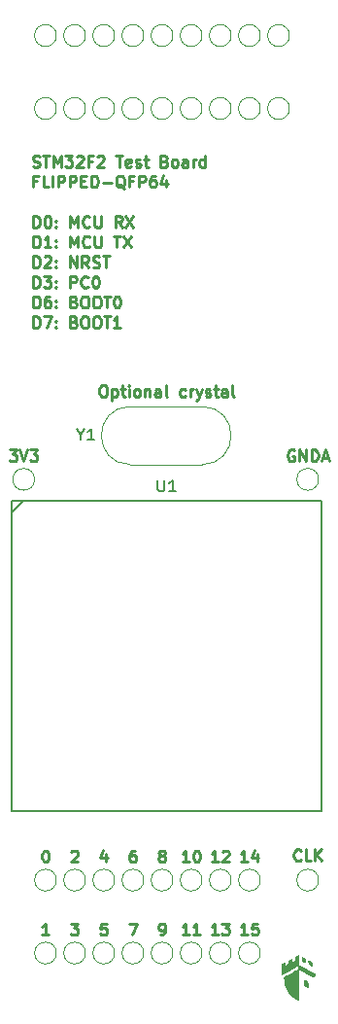
<source format=gbr>
G04 #@! TF.GenerationSoftware,KiCad,Pcbnew,5.0.2-bee76a0~70~ubuntu18.04.1*
G04 #@! TF.CreationDate,2019-05-09T10:06:34+02:00*
G04 #@! TF.ProjectId,stm32f205,73746d33-3266-4323-9035-2e6b69636164,rev?*
G04 #@! TF.SameCoordinates,Original*
G04 #@! TF.FileFunction,Legend,Top*
G04 #@! TF.FilePolarity,Positive*
%FSLAX46Y46*%
G04 Gerber Fmt 4.6, Leading zero omitted, Abs format (unit mm)*
G04 Created by KiCad (PCBNEW 5.0.2-bee76a0~70~ubuntu18.04.1) date jeu. 09 mai 2019 10:06:34 CEST*
%MOMM*%
%LPD*%
G01*
G04 APERTURE LIST*
%ADD10C,0.250000*%
%ADD11C,0.010000*%
%ADD12C,0.120000*%
%ADD13C,0.150000*%
G04 APERTURE END LIST*
D10*
X106555778Y-94463407D02*
X106746255Y-94463407D01*
X106841493Y-94511027D01*
X106936731Y-94606265D01*
X106984350Y-94796741D01*
X106984350Y-95130074D01*
X106936731Y-95320550D01*
X106841493Y-95415788D01*
X106746255Y-95463407D01*
X106555778Y-95463407D01*
X106460540Y-95415788D01*
X106365302Y-95320550D01*
X106317683Y-95130074D01*
X106317683Y-94796741D01*
X106365302Y-94606265D01*
X106460540Y-94511027D01*
X106555778Y-94463407D01*
X107412921Y-94796741D02*
X107412921Y-95796741D01*
X107412921Y-94844360D02*
X107508159Y-94796741D01*
X107698636Y-94796741D01*
X107793874Y-94844360D01*
X107841493Y-94891979D01*
X107889112Y-94987217D01*
X107889112Y-95272931D01*
X107841493Y-95368169D01*
X107793874Y-95415788D01*
X107698636Y-95463407D01*
X107508159Y-95463407D01*
X107412921Y-95415788D01*
X108174826Y-94796741D02*
X108555778Y-94796741D01*
X108317683Y-94463407D02*
X108317683Y-95320550D01*
X108365302Y-95415788D01*
X108460540Y-95463407D01*
X108555778Y-95463407D01*
X108889112Y-95463407D02*
X108889112Y-94796741D01*
X108889112Y-94463407D02*
X108841493Y-94511027D01*
X108889112Y-94558646D01*
X108936731Y-94511027D01*
X108889112Y-94463407D01*
X108889112Y-94558646D01*
X109508159Y-95463407D02*
X109412921Y-95415788D01*
X109365302Y-95368169D01*
X109317683Y-95272931D01*
X109317683Y-94987217D01*
X109365302Y-94891979D01*
X109412921Y-94844360D01*
X109508159Y-94796741D01*
X109651017Y-94796741D01*
X109746255Y-94844360D01*
X109793874Y-94891979D01*
X109841493Y-94987217D01*
X109841493Y-95272931D01*
X109793874Y-95368169D01*
X109746255Y-95415788D01*
X109651017Y-95463407D01*
X109508159Y-95463407D01*
X110270064Y-94796741D02*
X110270064Y-95463407D01*
X110270064Y-94891979D02*
X110317683Y-94844360D01*
X110412921Y-94796741D01*
X110555778Y-94796741D01*
X110651017Y-94844360D01*
X110698636Y-94939598D01*
X110698636Y-95463407D01*
X111603397Y-95463407D02*
X111603397Y-94939598D01*
X111555778Y-94844360D01*
X111460540Y-94796741D01*
X111270064Y-94796741D01*
X111174826Y-94844360D01*
X111603397Y-95415788D02*
X111508159Y-95463407D01*
X111270064Y-95463407D01*
X111174826Y-95415788D01*
X111127207Y-95320550D01*
X111127207Y-95225312D01*
X111174826Y-95130074D01*
X111270064Y-95082455D01*
X111508159Y-95082455D01*
X111603397Y-95034836D01*
X112222445Y-95463407D02*
X112127207Y-95415788D01*
X112079588Y-95320550D01*
X112079588Y-94463407D01*
X113793874Y-95415788D02*
X113698636Y-95463407D01*
X113508159Y-95463407D01*
X113412921Y-95415788D01*
X113365302Y-95368169D01*
X113317683Y-95272931D01*
X113317683Y-94987217D01*
X113365302Y-94891979D01*
X113412921Y-94844360D01*
X113508159Y-94796741D01*
X113698636Y-94796741D01*
X113793874Y-94844360D01*
X114222445Y-95463407D02*
X114222445Y-94796741D01*
X114222445Y-94987217D02*
X114270064Y-94891979D01*
X114317683Y-94844360D01*
X114412921Y-94796741D01*
X114508159Y-94796741D01*
X114746255Y-94796741D02*
X114984350Y-95463407D01*
X115222445Y-94796741D02*
X114984350Y-95463407D01*
X114889112Y-95701503D01*
X114841493Y-95749122D01*
X114746255Y-95796741D01*
X115555778Y-95415788D02*
X115651017Y-95463407D01*
X115841493Y-95463407D01*
X115936731Y-95415788D01*
X115984350Y-95320550D01*
X115984350Y-95272931D01*
X115936731Y-95177693D01*
X115841493Y-95130074D01*
X115698636Y-95130074D01*
X115603397Y-95082455D01*
X115555778Y-94987217D01*
X115555778Y-94939598D01*
X115603397Y-94844360D01*
X115698636Y-94796741D01*
X115841493Y-94796741D01*
X115936731Y-94844360D01*
X116270064Y-94796741D02*
X116651017Y-94796741D01*
X116412921Y-94463407D02*
X116412921Y-95320550D01*
X116460540Y-95415788D01*
X116555778Y-95463407D01*
X116651017Y-95463407D01*
X117412921Y-95463407D02*
X117412921Y-94939598D01*
X117365302Y-94844360D01*
X117270064Y-94796741D01*
X117079588Y-94796741D01*
X116984350Y-94844360D01*
X117412921Y-95415788D02*
X117317683Y-95463407D01*
X117079588Y-95463407D01*
X116984350Y-95415788D01*
X116936731Y-95320550D01*
X116936731Y-95225312D01*
X116984350Y-95130074D01*
X117079588Y-95082455D01*
X117317683Y-95082455D01*
X117412921Y-95034836D01*
X118031969Y-95463407D02*
X117936731Y-95415788D01*
X117889112Y-95320550D01*
X117889112Y-94463407D01*
X100503993Y-75415788D02*
X100646850Y-75463407D01*
X100884945Y-75463407D01*
X100980183Y-75415788D01*
X101027802Y-75368169D01*
X101075421Y-75272931D01*
X101075421Y-75177693D01*
X101027802Y-75082455D01*
X100980183Y-75034836D01*
X100884945Y-74987217D01*
X100694469Y-74939598D01*
X100599231Y-74891979D01*
X100551612Y-74844360D01*
X100503993Y-74749122D01*
X100503993Y-74653884D01*
X100551612Y-74558646D01*
X100599231Y-74511027D01*
X100694469Y-74463407D01*
X100932564Y-74463407D01*
X101075421Y-74511027D01*
X101361136Y-74463407D02*
X101932564Y-74463407D01*
X101646850Y-75463407D02*
X101646850Y-74463407D01*
X102265897Y-75463407D02*
X102265897Y-74463407D01*
X102599231Y-75177693D01*
X102932564Y-74463407D01*
X102932564Y-75463407D01*
X103313517Y-74463407D02*
X103932564Y-74463407D01*
X103599231Y-74844360D01*
X103742088Y-74844360D01*
X103837326Y-74891979D01*
X103884945Y-74939598D01*
X103932564Y-75034836D01*
X103932564Y-75272931D01*
X103884945Y-75368169D01*
X103837326Y-75415788D01*
X103742088Y-75463407D01*
X103456374Y-75463407D01*
X103361136Y-75415788D01*
X103313517Y-75368169D01*
X104313517Y-74558646D02*
X104361136Y-74511027D01*
X104456374Y-74463407D01*
X104694469Y-74463407D01*
X104789707Y-74511027D01*
X104837326Y-74558646D01*
X104884945Y-74653884D01*
X104884945Y-74749122D01*
X104837326Y-74891979D01*
X104265897Y-75463407D01*
X104884945Y-75463407D01*
X105646850Y-74939598D02*
X105313517Y-74939598D01*
X105313517Y-75463407D02*
X105313517Y-74463407D01*
X105789707Y-74463407D01*
X106123040Y-74558646D02*
X106170659Y-74511027D01*
X106265897Y-74463407D01*
X106503993Y-74463407D01*
X106599231Y-74511027D01*
X106646850Y-74558646D01*
X106694469Y-74653884D01*
X106694469Y-74749122D01*
X106646850Y-74891979D01*
X106075421Y-75463407D01*
X106694469Y-75463407D01*
X107742088Y-74463407D02*
X108313517Y-74463407D01*
X108027802Y-75463407D02*
X108027802Y-74463407D01*
X109027802Y-75415788D02*
X108932564Y-75463407D01*
X108742088Y-75463407D01*
X108646850Y-75415788D01*
X108599231Y-75320550D01*
X108599231Y-74939598D01*
X108646850Y-74844360D01*
X108742088Y-74796741D01*
X108932564Y-74796741D01*
X109027802Y-74844360D01*
X109075421Y-74939598D01*
X109075421Y-75034836D01*
X108599231Y-75130074D01*
X109456374Y-75415788D02*
X109551612Y-75463407D01*
X109742088Y-75463407D01*
X109837326Y-75415788D01*
X109884945Y-75320550D01*
X109884945Y-75272931D01*
X109837326Y-75177693D01*
X109742088Y-75130074D01*
X109599231Y-75130074D01*
X109503993Y-75082455D01*
X109456374Y-74987217D01*
X109456374Y-74939598D01*
X109503993Y-74844360D01*
X109599231Y-74796741D01*
X109742088Y-74796741D01*
X109837326Y-74844360D01*
X110170659Y-74796741D02*
X110551612Y-74796741D01*
X110313517Y-74463407D02*
X110313517Y-75320550D01*
X110361136Y-75415788D01*
X110456374Y-75463407D01*
X110551612Y-75463407D01*
X111980183Y-74939598D02*
X112123040Y-74987217D01*
X112170659Y-75034836D01*
X112218278Y-75130074D01*
X112218278Y-75272931D01*
X112170659Y-75368169D01*
X112123040Y-75415788D01*
X112027802Y-75463407D01*
X111646850Y-75463407D01*
X111646850Y-74463407D01*
X111980183Y-74463407D01*
X112075421Y-74511027D01*
X112123040Y-74558646D01*
X112170659Y-74653884D01*
X112170659Y-74749122D01*
X112123040Y-74844360D01*
X112075421Y-74891979D01*
X111980183Y-74939598D01*
X111646850Y-74939598D01*
X112789707Y-75463407D02*
X112694469Y-75415788D01*
X112646850Y-75368169D01*
X112599231Y-75272931D01*
X112599231Y-74987217D01*
X112646850Y-74891979D01*
X112694469Y-74844360D01*
X112789707Y-74796741D01*
X112932564Y-74796741D01*
X113027802Y-74844360D01*
X113075421Y-74891979D01*
X113123040Y-74987217D01*
X113123040Y-75272931D01*
X113075421Y-75368169D01*
X113027802Y-75415788D01*
X112932564Y-75463407D01*
X112789707Y-75463407D01*
X113980183Y-75463407D02*
X113980183Y-74939598D01*
X113932564Y-74844360D01*
X113837326Y-74796741D01*
X113646850Y-74796741D01*
X113551612Y-74844360D01*
X113980183Y-75415788D02*
X113884945Y-75463407D01*
X113646850Y-75463407D01*
X113551612Y-75415788D01*
X113503993Y-75320550D01*
X113503993Y-75225312D01*
X113551612Y-75130074D01*
X113646850Y-75082455D01*
X113884945Y-75082455D01*
X113980183Y-75034836D01*
X114456374Y-75463407D02*
X114456374Y-74796741D01*
X114456374Y-74987217D02*
X114503993Y-74891979D01*
X114551612Y-74844360D01*
X114646850Y-74796741D01*
X114742088Y-74796741D01*
X115503993Y-75463407D02*
X115503993Y-74463407D01*
X115503993Y-75415788D02*
X115408755Y-75463407D01*
X115218278Y-75463407D01*
X115123040Y-75415788D01*
X115075421Y-75368169D01*
X115027802Y-75272931D01*
X115027802Y-74987217D01*
X115075421Y-74891979D01*
X115123040Y-74844360D01*
X115218278Y-74796741D01*
X115408755Y-74796741D01*
X115503993Y-74844360D01*
X100884945Y-76689598D02*
X100551612Y-76689598D01*
X100551612Y-77213407D02*
X100551612Y-76213407D01*
X101027802Y-76213407D01*
X101884945Y-77213407D02*
X101408755Y-77213407D01*
X101408755Y-76213407D01*
X102218278Y-77213407D02*
X102218278Y-76213407D01*
X102694469Y-77213407D02*
X102694469Y-76213407D01*
X103075421Y-76213407D01*
X103170659Y-76261027D01*
X103218278Y-76308646D01*
X103265897Y-76403884D01*
X103265897Y-76546741D01*
X103218278Y-76641979D01*
X103170659Y-76689598D01*
X103075421Y-76737217D01*
X102694469Y-76737217D01*
X103694469Y-77213407D02*
X103694469Y-76213407D01*
X104075421Y-76213407D01*
X104170659Y-76261027D01*
X104218278Y-76308646D01*
X104265897Y-76403884D01*
X104265897Y-76546741D01*
X104218278Y-76641979D01*
X104170659Y-76689598D01*
X104075421Y-76737217D01*
X103694469Y-76737217D01*
X104694469Y-76689598D02*
X105027802Y-76689598D01*
X105170659Y-77213407D02*
X104694469Y-77213407D01*
X104694469Y-76213407D01*
X105170659Y-76213407D01*
X105599231Y-77213407D02*
X105599231Y-76213407D01*
X105837326Y-76213407D01*
X105980183Y-76261027D01*
X106075421Y-76356265D01*
X106123040Y-76451503D01*
X106170659Y-76641979D01*
X106170659Y-76784836D01*
X106123040Y-76975312D01*
X106075421Y-77070550D01*
X105980183Y-77165788D01*
X105837326Y-77213407D01*
X105599231Y-77213407D01*
X106599231Y-76832455D02*
X107361136Y-76832455D01*
X108503993Y-77308646D02*
X108408755Y-77261027D01*
X108313517Y-77165788D01*
X108170659Y-77022931D01*
X108075421Y-76975312D01*
X107980183Y-76975312D01*
X108027802Y-77213407D02*
X107932564Y-77165788D01*
X107837326Y-77070550D01*
X107789707Y-76880074D01*
X107789707Y-76546741D01*
X107837326Y-76356265D01*
X107932564Y-76261027D01*
X108027802Y-76213407D01*
X108218278Y-76213407D01*
X108313517Y-76261027D01*
X108408755Y-76356265D01*
X108456374Y-76546741D01*
X108456374Y-76880074D01*
X108408755Y-77070550D01*
X108313517Y-77165788D01*
X108218278Y-77213407D01*
X108027802Y-77213407D01*
X109218278Y-76689598D02*
X108884945Y-76689598D01*
X108884945Y-77213407D02*
X108884945Y-76213407D01*
X109361136Y-76213407D01*
X109742088Y-77213407D02*
X109742088Y-76213407D01*
X110123040Y-76213407D01*
X110218278Y-76261027D01*
X110265897Y-76308646D01*
X110313517Y-76403884D01*
X110313517Y-76546741D01*
X110265897Y-76641979D01*
X110218278Y-76689598D01*
X110123040Y-76737217D01*
X109742088Y-76737217D01*
X111170659Y-76213407D02*
X110980183Y-76213407D01*
X110884945Y-76261027D01*
X110837326Y-76308646D01*
X110742088Y-76451503D01*
X110694469Y-76641979D01*
X110694469Y-77022931D01*
X110742088Y-77118169D01*
X110789707Y-77165788D01*
X110884945Y-77213407D01*
X111075421Y-77213407D01*
X111170659Y-77165788D01*
X111218278Y-77118169D01*
X111265897Y-77022931D01*
X111265897Y-76784836D01*
X111218278Y-76689598D01*
X111170659Y-76641979D01*
X111075421Y-76594360D01*
X110884945Y-76594360D01*
X110789707Y-76641979D01*
X110742088Y-76689598D01*
X110694469Y-76784836D01*
X112123040Y-76546741D02*
X112123040Y-77213407D01*
X111884945Y-76165788D02*
X111646850Y-76880074D01*
X112265897Y-76880074D01*
X100551612Y-80713407D02*
X100551612Y-79713407D01*
X100789707Y-79713407D01*
X100932564Y-79761027D01*
X101027802Y-79856265D01*
X101075421Y-79951503D01*
X101123040Y-80141979D01*
X101123040Y-80284836D01*
X101075421Y-80475312D01*
X101027802Y-80570550D01*
X100932564Y-80665788D01*
X100789707Y-80713407D01*
X100551612Y-80713407D01*
X101742088Y-79713407D02*
X101837326Y-79713407D01*
X101932564Y-79761027D01*
X101980183Y-79808646D01*
X102027802Y-79903884D01*
X102075421Y-80094360D01*
X102075421Y-80332455D01*
X102027802Y-80522931D01*
X101980183Y-80618169D01*
X101932564Y-80665788D01*
X101837326Y-80713407D01*
X101742088Y-80713407D01*
X101646850Y-80665788D01*
X101599231Y-80618169D01*
X101551612Y-80522931D01*
X101503993Y-80332455D01*
X101503993Y-80094360D01*
X101551612Y-79903884D01*
X101599231Y-79808646D01*
X101646850Y-79761027D01*
X101742088Y-79713407D01*
X102503993Y-80618169D02*
X102551612Y-80665788D01*
X102503993Y-80713407D01*
X102456374Y-80665788D01*
X102503993Y-80618169D01*
X102503993Y-80713407D01*
X102503993Y-80094360D02*
X102551612Y-80141979D01*
X102503993Y-80189598D01*
X102456374Y-80141979D01*
X102503993Y-80094360D01*
X102503993Y-80189598D01*
X103742088Y-80713407D02*
X103742088Y-79713407D01*
X104075421Y-80427693D01*
X104408755Y-79713407D01*
X104408755Y-80713407D01*
X105456374Y-80618169D02*
X105408755Y-80665788D01*
X105265897Y-80713407D01*
X105170659Y-80713407D01*
X105027802Y-80665788D01*
X104932564Y-80570550D01*
X104884945Y-80475312D01*
X104837326Y-80284836D01*
X104837326Y-80141979D01*
X104884945Y-79951503D01*
X104932564Y-79856265D01*
X105027802Y-79761027D01*
X105170659Y-79713407D01*
X105265897Y-79713407D01*
X105408755Y-79761027D01*
X105456374Y-79808646D01*
X105884945Y-79713407D02*
X105884945Y-80522931D01*
X105932564Y-80618169D01*
X105980183Y-80665788D01*
X106075421Y-80713407D01*
X106265897Y-80713407D01*
X106361136Y-80665788D01*
X106408755Y-80618169D01*
X106456374Y-80522931D01*
X106456374Y-79713407D01*
X108265897Y-80713407D02*
X107932564Y-80237217D01*
X107694469Y-80713407D02*
X107694469Y-79713407D01*
X108075421Y-79713407D01*
X108170659Y-79761027D01*
X108218278Y-79808646D01*
X108265897Y-79903884D01*
X108265897Y-80046741D01*
X108218278Y-80141979D01*
X108170659Y-80189598D01*
X108075421Y-80237217D01*
X107694469Y-80237217D01*
X108599231Y-79713407D02*
X109265897Y-80713407D01*
X109265897Y-79713407D02*
X108599231Y-80713407D01*
X100551612Y-82463407D02*
X100551612Y-81463407D01*
X100789707Y-81463407D01*
X100932564Y-81511027D01*
X101027802Y-81606265D01*
X101075421Y-81701503D01*
X101123040Y-81891979D01*
X101123040Y-82034836D01*
X101075421Y-82225312D01*
X101027802Y-82320550D01*
X100932564Y-82415788D01*
X100789707Y-82463407D01*
X100551612Y-82463407D01*
X102075421Y-82463407D02*
X101503993Y-82463407D01*
X101789707Y-82463407D02*
X101789707Y-81463407D01*
X101694469Y-81606265D01*
X101599231Y-81701503D01*
X101503993Y-81749122D01*
X102503993Y-82368169D02*
X102551612Y-82415788D01*
X102503993Y-82463407D01*
X102456374Y-82415788D01*
X102503993Y-82368169D01*
X102503993Y-82463407D01*
X102503993Y-81844360D02*
X102551612Y-81891979D01*
X102503993Y-81939598D01*
X102456374Y-81891979D01*
X102503993Y-81844360D01*
X102503993Y-81939598D01*
X103742088Y-82463407D02*
X103742088Y-81463407D01*
X104075421Y-82177693D01*
X104408755Y-81463407D01*
X104408755Y-82463407D01*
X105456374Y-82368169D02*
X105408755Y-82415788D01*
X105265897Y-82463407D01*
X105170659Y-82463407D01*
X105027802Y-82415788D01*
X104932564Y-82320550D01*
X104884945Y-82225312D01*
X104837326Y-82034836D01*
X104837326Y-81891979D01*
X104884945Y-81701503D01*
X104932564Y-81606265D01*
X105027802Y-81511027D01*
X105170659Y-81463407D01*
X105265897Y-81463407D01*
X105408755Y-81511027D01*
X105456374Y-81558646D01*
X105884945Y-81463407D02*
X105884945Y-82272931D01*
X105932564Y-82368169D01*
X105980183Y-82415788D01*
X106075421Y-82463407D01*
X106265897Y-82463407D01*
X106361136Y-82415788D01*
X106408755Y-82368169D01*
X106456374Y-82272931D01*
X106456374Y-81463407D01*
X107551612Y-81463407D02*
X108123040Y-81463407D01*
X107837326Y-82463407D02*
X107837326Y-81463407D01*
X108361136Y-81463407D02*
X109027802Y-82463407D01*
X109027802Y-81463407D02*
X108361136Y-82463407D01*
X100551612Y-84213407D02*
X100551612Y-83213407D01*
X100789707Y-83213407D01*
X100932564Y-83261027D01*
X101027802Y-83356265D01*
X101075421Y-83451503D01*
X101123040Y-83641979D01*
X101123040Y-83784836D01*
X101075421Y-83975312D01*
X101027802Y-84070550D01*
X100932564Y-84165788D01*
X100789707Y-84213407D01*
X100551612Y-84213407D01*
X101503993Y-83308646D02*
X101551612Y-83261027D01*
X101646850Y-83213407D01*
X101884945Y-83213407D01*
X101980183Y-83261027D01*
X102027802Y-83308646D01*
X102075421Y-83403884D01*
X102075421Y-83499122D01*
X102027802Y-83641979D01*
X101456374Y-84213407D01*
X102075421Y-84213407D01*
X102503993Y-84118169D02*
X102551612Y-84165788D01*
X102503993Y-84213407D01*
X102456374Y-84165788D01*
X102503993Y-84118169D01*
X102503993Y-84213407D01*
X102503993Y-83594360D02*
X102551612Y-83641979D01*
X102503993Y-83689598D01*
X102456374Y-83641979D01*
X102503993Y-83594360D01*
X102503993Y-83689598D01*
X103742088Y-84213407D02*
X103742088Y-83213407D01*
X104313517Y-84213407D01*
X104313517Y-83213407D01*
X105361136Y-84213407D02*
X105027802Y-83737217D01*
X104789707Y-84213407D02*
X104789707Y-83213407D01*
X105170659Y-83213407D01*
X105265897Y-83261027D01*
X105313517Y-83308646D01*
X105361136Y-83403884D01*
X105361136Y-83546741D01*
X105313517Y-83641979D01*
X105265897Y-83689598D01*
X105170659Y-83737217D01*
X104789707Y-83737217D01*
X105742088Y-84165788D02*
X105884945Y-84213407D01*
X106123040Y-84213407D01*
X106218278Y-84165788D01*
X106265897Y-84118169D01*
X106313517Y-84022931D01*
X106313517Y-83927693D01*
X106265897Y-83832455D01*
X106218278Y-83784836D01*
X106123040Y-83737217D01*
X105932564Y-83689598D01*
X105837326Y-83641979D01*
X105789707Y-83594360D01*
X105742088Y-83499122D01*
X105742088Y-83403884D01*
X105789707Y-83308646D01*
X105837326Y-83261027D01*
X105932564Y-83213407D01*
X106170659Y-83213407D01*
X106313517Y-83261027D01*
X106599231Y-83213407D02*
X107170659Y-83213407D01*
X106884945Y-84213407D02*
X106884945Y-83213407D01*
X100551612Y-85963407D02*
X100551612Y-84963407D01*
X100789707Y-84963407D01*
X100932564Y-85011027D01*
X101027802Y-85106265D01*
X101075421Y-85201503D01*
X101123040Y-85391979D01*
X101123040Y-85534836D01*
X101075421Y-85725312D01*
X101027802Y-85820550D01*
X100932564Y-85915788D01*
X100789707Y-85963407D01*
X100551612Y-85963407D01*
X101456374Y-84963407D02*
X102075421Y-84963407D01*
X101742088Y-85344360D01*
X101884945Y-85344360D01*
X101980183Y-85391979D01*
X102027802Y-85439598D01*
X102075421Y-85534836D01*
X102075421Y-85772931D01*
X102027802Y-85868169D01*
X101980183Y-85915788D01*
X101884945Y-85963407D01*
X101599231Y-85963407D01*
X101503993Y-85915788D01*
X101456374Y-85868169D01*
X102503993Y-85868169D02*
X102551612Y-85915788D01*
X102503993Y-85963407D01*
X102456374Y-85915788D01*
X102503993Y-85868169D01*
X102503993Y-85963407D01*
X102503993Y-85344360D02*
X102551612Y-85391979D01*
X102503993Y-85439598D01*
X102456374Y-85391979D01*
X102503993Y-85344360D01*
X102503993Y-85439598D01*
X103742088Y-85963407D02*
X103742088Y-84963407D01*
X104123040Y-84963407D01*
X104218278Y-85011027D01*
X104265897Y-85058646D01*
X104313517Y-85153884D01*
X104313517Y-85296741D01*
X104265897Y-85391979D01*
X104218278Y-85439598D01*
X104123040Y-85487217D01*
X103742088Y-85487217D01*
X105313517Y-85868169D02*
X105265897Y-85915788D01*
X105123040Y-85963407D01*
X105027802Y-85963407D01*
X104884945Y-85915788D01*
X104789707Y-85820550D01*
X104742088Y-85725312D01*
X104694469Y-85534836D01*
X104694469Y-85391979D01*
X104742088Y-85201503D01*
X104789707Y-85106265D01*
X104884945Y-85011027D01*
X105027802Y-84963407D01*
X105123040Y-84963407D01*
X105265897Y-85011027D01*
X105313517Y-85058646D01*
X105932564Y-84963407D02*
X106027802Y-84963407D01*
X106123040Y-85011027D01*
X106170659Y-85058646D01*
X106218278Y-85153884D01*
X106265897Y-85344360D01*
X106265897Y-85582455D01*
X106218278Y-85772931D01*
X106170659Y-85868169D01*
X106123040Y-85915788D01*
X106027802Y-85963407D01*
X105932564Y-85963407D01*
X105837326Y-85915788D01*
X105789707Y-85868169D01*
X105742088Y-85772931D01*
X105694469Y-85582455D01*
X105694469Y-85344360D01*
X105742088Y-85153884D01*
X105789707Y-85058646D01*
X105837326Y-85011027D01*
X105932564Y-84963407D01*
X100551612Y-87713407D02*
X100551612Y-86713407D01*
X100789707Y-86713407D01*
X100932564Y-86761027D01*
X101027802Y-86856265D01*
X101075421Y-86951503D01*
X101123040Y-87141979D01*
X101123040Y-87284836D01*
X101075421Y-87475312D01*
X101027802Y-87570550D01*
X100932564Y-87665788D01*
X100789707Y-87713407D01*
X100551612Y-87713407D01*
X101980183Y-86713407D02*
X101789707Y-86713407D01*
X101694469Y-86761027D01*
X101646850Y-86808646D01*
X101551612Y-86951503D01*
X101503993Y-87141979D01*
X101503993Y-87522931D01*
X101551612Y-87618169D01*
X101599231Y-87665788D01*
X101694469Y-87713407D01*
X101884945Y-87713407D01*
X101980183Y-87665788D01*
X102027802Y-87618169D01*
X102075421Y-87522931D01*
X102075421Y-87284836D01*
X102027802Y-87189598D01*
X101980183Y-87141979D01*
X101884945Y-87094360D01*
X101694469Y-87094360D01*
X101599231Y-87141979D01*
X101551612Y-87189598D01*
X101503993Y-87284836D01*
X102503993Y-87618169D02*
X102551612Y-87665788D01*
X102503993Y-87713407D01*
X102456374Y-87665788D01*
X102503993Y-87618169D01*
X102503993Y-87713407D01*
X102503993Y-87094360D02*
X102551612Y-87141979D01*
X102503993Y-87189598D01*
X102456374Y-87141979D01*
X102503993Y-87094360D01*
X102503993Y-87189598D01*
X104075421Y-87189598D02*
X104218278Y-87237217D01*
X104265897Y-87284836D01*
X104313517Y-87380074D01*
X104313517Y-87522931D01*
X104265897Y-87618169D01*
X104218278Y-87665788D01*
X104123040Y-87713407D01*
X103742088Y-87713407D01*
X103742088Y-86713407D01*
X104075421Y-86713407D01*
X104170659Y-86761027D01*
X104218278Y-86808646D01*
X104265897Y-86903884D01*
X104265897Y-86999122D01*
X104218278Y-87094360D01*
X104170659Y-87141979D01*
X104075421Y-87189598D01*
X103742088Y-87189598D01*
X104932564Y-86713407D02*
X105123040Y-86713407D01*
X105218278Y-86761027D01*
X105313517Y-86856265D01*
X105361136Y-87046741D01*
X105361136Y-87380074D01*
X105313517Y-87570550D01*
X105218278Y-87665788D01*
X105123040Y-87713407D01*
X104932564Y-87713407D01*
X104837326Y-87665788D01*
X104742088Y-87570550D01*
X104694469Y-87380074D01*
X104694469Y-87046741D01*
X104742088Y-86856265D01*
X104837326Y-86761027D01*
X104932564Y-86713407D01*
X105980183Y-86713407D02*
X106170659Y-86713407D01*
X106265897Y-86761027D01*
X106361136Y-86856265D01*
X106408755Y-87046741D01*
X106408755Y-87380074D01*
X106361136Y-87570550D01*
X106265897Y-87665788D01*
X106170659Y-87713407D01*
X105980183Y-87713407D01*
X105884945Y-87665788D01*
X105789707Y-87570550D01*
X105742088Y-87380074D01*
X105742088Y-87046741D01*
X105789707Y-86856265D01*
X105884945Y-86761027D01*
X105980183Y-86713407D01*
X106694469Y-86713407D02*
X107265897Y-86713407D01*
X106980183Y-87713407D02*
X106980183Y-86713407D01*
X107789707Y-86713407D02*
X107884945Y-86713407D01*
X107980183Y-86761027D01*
X108027802Y-86808646D01*
X108075421Y-86903884D01*
X108123040Y-87094360D01*
X108123040Y-87332455D01*
X108075421Y-87522931D01*
X108027802Y-87618169D01*
X107980183Y-87665788D01*
X107884945Y-87713407D01*
X107789707Y-87713407D01*
X107694469Y-87665788D01*
X107646850Y-87618169D01*
X107599231Y-87522931D01*
X107551612Y-87332455D01*
X107551612Y-87094360D01*
X107599231Y-86903884D01*
X107646850Y-86808646D01*
X107694469Y-86761027D01*
X107789707Y-86713407D01*
X100551612Y-89463407D02*
X100551612Y-88463407D01*
X100789707Y-88463407D01*
X100932564Y-88511027D01*
X101027802Y-88606265D01*
X101075421Y-88701503D01*
X101123040Y-88891979D01*
X101123040Y-89034836D01*
X101075421Y-89225312D01*
X101027802Y-89320550D01*
X100932564Y-89415788D01*
X100789707Y-89463407D01*
X100551612Y-89463407D01*
X101456374Y-88463407D02*
X102123040Y-88463407D01*
X101694469Y-89463407D01*
X102503993Y-89368169D02*
X102551612Y-89415788D01*
X102503993Y-89463407D01*
X102456374Y-89415788D01*
X102503993Y-89368169D01*
X102503993Y-89463407D01*
X102503993Y-88844360D02*
X102551612Y-88891979D01*
X102503993Y-88939598D01*
X102456374Y-88891979D01*
X102503993Y-88844360D01*
X102503993Y-88939598D01*
X104075421Y-88939598D02*
X104218278Y-88987217D01*
X104265897Y-89034836D01*
X104313517Y-89130074D01*
X104313517Y-89272931D01*
X104265897Y-89368169D01*
X104218278Y-89415788D01*
X104123040Y-89463407D01*
X103742088Y-89463407D01*
X103742088Y-88463407D01*
X104075421Y-88463407D01*
X104170659Y-88511027D01*
X104218278Y-88558646D01*
X104265897Y-88653884D01*
X104265897Y-88749122D01*
X104218278Y-88844360D01*
X104170659Y-88891979D01*
X104075421Y-88939598D01*
X103742088Y-88939598D01*
X104932564Y-88463407D02*
X105123040Y-88463407D01*
X105218278Y-88511027D01*
X105313517Y-88606265D01*
X105361136Y-88796741D01*
X105361136Y-89130074D01*
X105313517Y-89320550D01*
X105218278Y-89415788D01*
X105123040Y-89463407D01*
X104932564Y-89463407D01*
X104837326Y-89415788D01*
X104742088Y-89320550D01*
X104694469Y-89130074D01*
X104694469Y-88796741D01*
X104742088Y-88606265D01*
X104837326Y-88511027D01*
X104932564Y-88463407D01*
X105980183Y-88463407D02*
X106170659Y-88463407D01*
X106265897Y-88511027D01*
X106361136Y-88606265D01*
X106408755Y-88796741D01*
X106408755Y-89130074D01*
X106361136Y-89320550D01*
X106265897Y-89415788D01*
X106170659Y-89463407D01*
X105980183Y-89463407D01*
X105884945Y-89415788D01*
X105789707Y-89320550D01*
X105742088Y-89130074D01*
X105742088Y-88796741D01*
X105789707Y-88606265D01*
X105884945Y-88511027D01*
X105980183Y-88463407D01*
X106694469Y-88463407D02*
X107265897Y-88463407D01*
X106980183Y-89463407D02*
X106980183Y-88463407D01*
X108123040Y-89463407D02*
X107551612Y-89463407D01*
X107837326Y-89463407D02*
X107837326Y-88463407D01*
X107742088Y-88606265D01*
X107646850Y-88701503D01*
X107551612Y-88749122D01*
X123280540Y-100119027D02*
X123185302Y-100071407D01*
X123042445Y-100071407D01*
X122899588Y-100119027D01*
X122804350Y-100214265D01*
X122756731Y-100309503D01*
X122709112Y-100499979D01*
X122709112Y-100642836D01*
X122756731Y-100833312D01*
X122804350Y-100928550D01*
X122899588Y-101023788D01*
X123042445Y-101071407D01*
X123137683Y-101071407D01*
X123280540Y-101023788D01*
X123328159Y-100976169D01*
X123328159Y-100642836D01*
X123137683Y-100642836D01*
X123756731Y-101071407D02*
X123756731Y-100071407D01*
X124328159Y-101071407D01*
X124328159Y-100071407D01*
X124804350Y-101071407D02*
X124804350Y-100071407D01*
X125042445Y-100071407D01*
X125185302Y-100119027D01*
X125280540Y-100214265D01*
X125328159Y-100309503D01*
X125375778Y-100499979D01*
X125375778Y-100642836D01*
X125328159Y-100833312D01*
X125280540Y-100928550D01*
X125185302Y-101023788D01*
X125042445Y-101071407D01*
X124804350Y-101071407D01*
X125756731Y-100785693D02*
X126232921Y-100785693D01*
X125661493Y-101071407D02*
X125994826Y-100071407D01*
X126328159Y-101071407D01*
X98467921Y-100071407D02*
X99086969Y-100071407D01*
X98753636Y-100452360D01*
X98896493Y-100452360D01*
X98991731Y-100499979D01*
X99039350Y-100547598D01*
X99086969Y-100642836D01*
X99086969Y-100880931D01*
X99039350Y-100976169D01*
X98991731Y-101023788D01*
X98896493Y-101071407D01*
X98610778Y-101071407D01*
X98515540Y-101023788D01*
X98467921Y-100976169D01*
X99372683Y-100071407D02*
X99706017Y-101071407D01*
X100039350Y-100071407D01*
X100277445Y-100071407D02*
X100896493Y-100071407D01*
X100563159Y-100452360D01*
X100706017Y-100452360D01*
X100801255Y-100499979D01*
X100848874Y-100547598D01*
X100896493Y-100642836D01*
X100896493Y-100880931D01*
X100848874Y-100976169D01*
X100801255Y-101023788D01*
X100706017Y-101071407D01*
X100420302Y-101071407D01*
X100325064Y-101023788D01*
X100277445Y-100976169D01*
X123864761Y-135774169D02*
X123817142Y-135821788D01*
X123674285Y-135869407D01*
X123579047Y-135869407D01*
X123436190Y-135821788D01*
X123340952Y-135726550D01*
X123293333Y-135631312D01*
X123245714Y-135440836D01*
X123245714Y-135297979D01*
X123293333Y-135107503D01*
X123340952Y-135012265D01*
X123436190Y-134917027D01*
X123579047Y-134869407D01*
X123674285Y-134869407D01*
X123817142Y-134917027D01*
X123864761Y-134964646D01*
X124769523Y-135869407D02*
X124293333Y-135869407D01*
X124293333Y-134869407D01*
X125102857Y-135869407D02*
X125102857Y-134869407D01*
X125674285Y-135869407D02*
X125245714Y-135297979D01*
X125674285Y-134869407D02*
X125102857Y-135440836D01*
X119189523Y-135961380D02*
X118618095Y-135961380D01*
X118903809Y-135961380D02*
X118903809Y-134961380D01*
X118808571Y-135104238D01*
X118713333Y-135199476D01*
X118618095Y-135247095D01*
X120046666Y-135294714D02*
X120046666Y-135961380D01*
X119808571Y-134913761D02*
X119570476Y-135628047D01*
X120189523Y-135628047D01*
X116649523Y-135961380D02*
X116078095Y-135961380D01*
X116363809Y-135961380D02*
X116363809Y-134961380D01*
X116268571Y-135104238D01*
X116173333Y-135199476D01*
X116078095Y-135247095D01*
X117030476Y-135056619D02*
X117078095Y-135009000D01*
X117173333Y-134961380D01*
X117411428Y-134961380D01*
X117506666Y-135009000D01*
X117554285Y-135056619D01*
X117601904Y-135151857D01*
X117601904Y-135247095D01*
X117554285Y-135389952D01*
X116982857Y-135961380D01*
X117601904Y-135961380D01*
X114109523Y-135961380D02*
X113538095Y-135961380D01*
X113823809Y-135961380D02*
X113823809Y-134961380D01*
X113728571Y-135104238D01*
X113633333Y-135199476D01*
X113538095Y-135247095D01*
X114728571Y-134961380D02*
X114823809Y-134961380D01*
X114919047Y-135009000D01*
X114966666Y-135056619D01*
X115014285Y-135151857D01*
X115061904Y-135342333D01*
X115061904Y-135580428D01*
X115014285Y-135770904D01*
X114966666Y-135866142D01*
X114919047Y-135913761D01*
X114823809Y-135961380D01*
X114728571Y-135961380D01*
X114633333Y-135913761D01*
X114585714Y-135866142D01*
X114538095Y-135770904D01*
X114490476Y-135580428D01*
X114490476Y-135342333D01*
X114538095Y-135151857D01*
X114585714Y-135056619D01*
X114633333Y-135009000D01*
X114728571Y-134961380D01*
X111664761Y-135389952D02*
X111569523Y-135342333D01*
X111521904Y-135294714D01*
X111474285Y-135199476D01*
X111474285Y-135151857D01*
X111521904Y-135056619D01*
X111569523Y-135009000D01*
X111664761Y-134961380D01*
X111855238Y-134961380D01*
X111950476Y-135009000D01*
X111998095Y-135056619D01*
X112045714Y-135151857D01*
X112045714Y-135199476D01*
X111998095Y-135294714D01*
X111950476Y-135342333D01*
X111855238Y-135389952D01*
X111664761Y-135389952D01*
X111569523Y-135437571D01*
X111521904Y-135485190D01*
X111474285Y-135580428D01*
X111474285Y-135770904D01*
X111521904Y-135866142D01*
X111569523Y-135913761D01*
X111664761Y-135961380D01*
X111855238Y-135961380D01*
X111950476Y-135913761D01*
X111998095Y-135866142D01*
X112045714Y-135770904D01*
X112045714Y-135580428D01*
X111998095Y-135485190D01*
X111950476Y-135437571D01*
X111855238Y-135389952D01*
X109410476Y-134961380D02*
X109220000Y-134961380D01*
X109124761Y-135009000D01*
X109077142Y-135056619D01*
X108981904Y-135199476D01*
X108934285Y-135389952D01*
X108934285Y-135770904D01*
X108981904Y-135866142D01*
X109029523Y-135913761D01*
X109124761Y-135961380D01*
X109315238Y-135961380D01*
X109410476Y-135913761D01*
X109458095Y-135866142D01*
X109505714Y-135770904D01*
X109505714Y-135532809D01*
X109458095Y-135437571D01*
X109410476Y-135389952D01*
X109315238Y-135342333D01*
X109124761Y-135342333D01*
X109029523Y-135389952D01*
X108981904Y-135437571D01*
X108934285Y-135532809D01*
X106870476Y-135294714D02*
X106870476Y-135961380D01*
X106632380Y-134913761D02*
X106394285Y-135628047D01*
X107013333Y-135628047D01*
X119189523Y-142311380D02*
X118618095Y-142311380D01*
X118903809Y-142311380D02*
X118903809Y-141311380D01*
X118808571Y-141454238D01*
X118713333Y-141549476D01*
X118618095Y-141597095D01*
X120094285Y-141311380D02*
X119618095Y-141311380D01*
X119570476Y-141787571D01*
X119618095Y-141739952D01*
X119713333Y-141692333D01*
X119951428Y-141692333D01*
X120046666Y-141739952D01*
X120094285Y-141787571D01*
X120141904Y-141882809D01*
X120141904Y-142120904D01*
X120094285Y-142216142D01*
X120046666Y-142263761D01*
X119951428Y-142311380D01*
X119713333Y-142311380D01*
X119618095Y-142263761D01*
X119570476Y-142216142D01*
X116649523Y-142311380D02*
X116078095Y-142311380D01*
X116363809Y-142311380D02*
X116363809Y-141311380D01*
X116268571Y-141454238D01*
X116173333Y-141549476D01*
X116078095Y-141597095D01*
X116982857Y-141311380D02*
X117601904Y-141311380D01*
X117268571Y-141692333D01*
X117411428Y-141692333D01*
X117506666Y-141739952D01*
X117554285Y-141787571D01*
X117601904Y-141882809D01*
X117601904Y-142120904D01*
X117554285Y-142216142D01*
X117506666Y-142263761D01*
X117411428Y-142311380D01*
X117125714Y-142311380D01*
X117030476Y-142263761D01*
X116982857Y-142216142D01*
X114109523Y-142311380D02*
X113538095Y-142311380D01*
X113823809Y-142311380D02*
X113823809Y-141311380D01*
X113728571Y-141454238D01*
X113633333Y-141549476D01*
X113538095Y-141597095D01*
X115061904Y-142311380D02*
X114490476Y-142311380D01*
X114776190Y-142311380D02*
X114776190Y-141311380D01*
X114680952Y-141454238D01*
X114585714Y-141549476D01*
X114490476Y-141597095D01*
X111569523Y-142311380D02*
X111760000Y-142311380D01*
X111855238Y-142263761D01*
X111902857Y-142216142D01*
X111998095Y-142073285D01*
X112045714Y-141882809D01*
X112045714Y-141501857D01*
X111998095Y-141406619D01*
X111950476Y-141359000D01*
X111855238Y-141311380D01*
X111664761Y-141311380D01*
X111569523Y-141359000D01*
X111521904Y-141406619D01*
X111474285Y-141501857D01*
X111474285Y-141739952D01*
X111521904Y-141835190D01*
X111569523Y-141882809D01*
X111664761Y-141930428D01*
X111855238Y-141930428D01*
X111950476Y-141882809D01*
X111998095Y-141835190D01*
X112045714Y-141739952D01*
X108886666Y-141311380D02*
X109553333Y-141311380D01*
X109124761Y-142311380D01*
X106918095Y-141311380D02*
X106441904Y-141311380D01*
X106394285Y-141787571D01*
X106441904Y-141739952D01*
X106537142Y-141692333D01*
X106775238Y-141692333D01*
X106870476Y-141739952D01*
X106918095Y-141787571D01*
X106965714Y-141882809D01*
X106965714Y-142120904D01*
X106918095Y-142216142D01*
X106870476Y-142263761D01*
X106775238Y-142311380D01*
X106537142Y-142311380D01*
X106441904Y-142263761D01*
X106394285Y-142216142D01*
X103806666Y-141311380D02*
X104425714Y-141311380D01*
X104092380Y-141692333D01*
X104235238Y-141692333D01*
X104330476Y-141739952D01*
X104378095Y-141787571D01*
X104425714Y-141882809D01*
X104425714Y-142120904D01*
X104378095Y-142216142D01*
X104330476Y-142263761D01*
X104235238Y-142311380D01*
X103949523Y-142311380D01*
X103854285Y-142263761D01*
X103806666Y-142216142D01*
X101885714Y-142311380D02*
X101314285Y-142311380D01*
X101600000Y-142311380D02*
X101600000Y-141311380D01*
X101504761Y-141454238D01*
X101409523Y-141549476D01*
X101314285Y-141597095D01*
X103854285Y-135056619D02*
X103901904Y-135009000D01*
X103997142Y-134961380D01*
X104235238Y-134961380D01*
X104330476Y-135009000D01*
X104378095Y-135056619D01*
X104425714Y-135151857D01*
X104425714Y-135247095D01*
X104378095Y-135389952D01*
X103806666Y-135961380D01*
X104425714Y-135961380D01*
X101552380Y-134961380D02*
X101647619Y-134961380D01*
X101742857Y-135009000D01*
X101790476Y-135056619D01*
X101838095Y-135151857D01*
X101885714Y-135342333D01*
X101885714Y-135580428D01*
X101838095Y-135770904D01*
X101790476Y-135866142D01*
X101742857Y-135913761D01*
X101647619Y-135961380D01*
X101552380Y-135961380D01*
X101457142Y-135913761D01*
X101409523Y-135866142D01*
X101361904Y-135770904D01*
X101314285Y-135580428D01*
X101314285Y-135342333D01*
X101361904Y-135151857D01*
X101409523Y-135056619D01*
X101457142Y-135009000D01*
X101552380Y-134961380D01*
D11*
G04 #@! TO.C,LOGO1*
G36*
X123651017Y-147941427D02*
X123627734Y-147941272D01*
X123609573Y-147938032D01*
X123580962Y-147929508D01*
X123546931Y-147917275D01*
X123532484Y-147911512D01*
X123411808Y-147853559D01*
X123291907Y-147779542D01*
X123174011Y-147690326D01*
X123059348Y-147586774D01*
X123033507Y-147560964D01*
X122909423Y-147422720D01*
X122797686Y-147273316D01*
X122698730Y-147113629D01*
X122612991Y-146944535D01*
X122540905Y-146766912D01*
X122482906Y-146581636D01*
X122439430Y-146389585D01*
X122432648Y-146351222D01*
X122427388Y-146316181D01*
X122421884Y-146272844D01*
X122416384Y-146224032D01*
X122411138Y-146172565D01*
X122406394Y-146121263D01*
X122402400Y-146072945D01*
X122399406Y-146030431D01*
X122397659Y-145996542D01*
X122397409Y-145974097D01*
X122398683Y-145966002D01*
X122406506Y-145961552D01*
X122427817Y-145949651D01*
X122461281Y-145931038D01*
X122505564Y-145906450D01*
X122559332Y-145876626D01*
X122621251Y-145842303D01*
X122689987Y-145804220D01*
X122764206Y-145763116D01*
X122842573Y-145719727D01*
X122923754Y-145674793D01*
X123006416Y-145629052D01*
X123089224Y-145583241D01*
X123170844Y-145538099D01*
X123249942Y-145494363D01*
X123325184Y-145452773D01*
X123395236Y-145414066D01*
X123458763Y-145378981D01*
X123514431Y-145348255D01*
X123560907Y-145322627D01*
X123596856Y-145302835D01*
X123620944Y-145289617D01*
X123631837Y-145283710D01*
X123631967Y-145283643D01*
X123651017Y-145273831D01*
X123651017Y-147941427D01*
X123651017Y-147941427D01*
G37*
X123651017Y-147941427D02*
X123627734Y-147941272D01*
X123609573Y-147938032D01*
X123580962Y-147929508D01*
X123546931Y-147917275D01*
X123532484Y-147911512D01*
X123411808Y-147853559D01*
X123291907Y-147779542D01*
X123174011Y-147690326D01*
X123059348Y-147586774D01*
X123033507Y-147560964D01*
X122909423Y-147422720D01*
X122797686Y-147273316D01*
X122698730Y-147113629D01*
X122612991Y-146944535D01*
X122540905Y-146766912D01*
X122482906Y-146581636D01*
X122439430Y-146389585D01*
X122432648Y-146351222D01*
X122427388Y-146316181D01*
X122421884Y-146272844D01*
X122416384Y-146224032D01*
X122411138Y-146172565D01*
X122406394Y-146121263D01*
X122402400Y-146072945D01*
X122399406Y-146030431D01*
X122397659Y-145996542D01*
X122397409Y-145974097D01*
X122398683Y-145966002D01*
X122406506Y-145961552D01*
X122427817Y-145949651D01*
X122461281Y-145931038D01*
X122505564Y-145906450D01*
X122559332Y-145876626D01*
X122621251Y-145842303D01*
X122689987Y-145804220D01*
X122764206Y-145763116D01*
X122842573Y-145719727D01*
X122923754Y-145674793D01*
X123006416Y-145629052D01*
X123089224Y-145583241D01*
X123170844Y-145538099D01*
X123249942Y-145494363D01*
X123325184Y-145452773D01*
X123395236Y-145414066D01*
X123458763Y-145378981D01*
X123514431Y-145348255D01*
X123560907Y-145322627D01*
X123596856Y-145302835D01*
X123620944Y-145289617D01*
X123631837Y-145283710D01*
X123631967Y-145283643D01*
X123651017Y-145273831D01*
X123651017Y-147941427D01*
G36*
X124260508Y-146240519D02*
X124300669Y-146258964D01*
X124339802Y-146289705D01*
X124376073Y-146331888D01*
X124407646Y-146384658D01*
X124408809Y-146387027D01*
X124423710Y-146420567D01*
X124434807Y-146453710D01*
X124442479Y-146489486D01*
X124447106Y-146530920D01*
X124449068Y-146581042D01*
X124448744Y-146642877D01*
X124447367Y-146694554D01*
X124442650Y-146840447D01*
X124270434Y-146762287D01*
X124098217Y-146684127D01*
X124102161Y-146519027D01*
X124104207Y-146452419D01*
X124107111Y-146400231D01*
X124111372Y-146359952D01*
X124117491Y-146329074D01*
X124125965Y-146305085D01*
X124137295Y-146285477D01*
X124151980Y-146267739D01*
X124152199Y-146267505D01*
X124184439Y-146243935D01*
X124221153Y-146235224D01*
X124260508Y-146240519D01*
X124260508Y-146240519D01*
G37*
X124260508Y-146240519D02*
X124300669Y-146258964D01*
X124339802Y-146289705D01*
X124376073Y-146331888D01*
X124407646Y-146384658D01*
X124408809Y-146387027D01*
X124423710Y-146420567D01*
X124434807Y-146453710D01*
X124442479Y-146489486D01*
X124447106Y-146530920D01*
X124449068Y-146581042D01*
X124448744Y-146642877D01*
X124447367Y-146694554D01*
X124442650Y-146840447D01*
X124270434Y-146762287D01*
X124098217Y-146684127D01*
X124102161Y-146519027D01*
X124104207Y-146452419D01*
X124107111Y-146400231D01*
X124111372Y-146359952D01*
X124117491Y-146329074D01*
X124125965Y-146305085D01*
X124137295Y-146285477D01*
X124151980Y-146267739D01*
X124152199Y-146267505D01*
X124184439Y-146243935D01*
X124221153Y-146235224D01*
X124260508Y-146240519D01*
G36*
X123668197Y-144939742D02*
X123690018Y-144951232D01*
X123724160Y-144969542D01*
X123769376Y-144993987D01*
X123824415Y-145023882D01*
X123888031Y-145058541D01*
X123958973Y-145097277D01*
X124035993Y-145139404D01*
X124117842Y-145184237D01*
X124203271Y-145231090D01*
X124291033Y-145279277D01*
X124379877Y-145328112D01*
X124468555Y-145376909D01*
X124555818Y-145424982D01*
X124640418Y-145471645D01*
X124721106Y-145516213D01*
X124796633Y-145557999D01*
X124865750Y-145596317D01*
X124927209Y-145630483D01*
X124979760Y-145659809D01*
X125022155Y-145683609D01*
X125043784Y-145695854D01*
X125070898Y-145712334D01*
X125090649Y-145726367D01*
X125099738Y-145735536D01*
X125099903Y-145736952D01*
X125093253Y-145746190D01*
X125077839Y-145765054D01*
X125055870Y-145791023D01*
X125029560Y-145821574D01*
X125001118Y-145854185D01*
X124972756Y-145886334D01*
X124946686Y-145915499D01*
X124925119Y-145939157D01*
X124910267Y-145954787D01*
X124904421Y-145959907D01*
X124896496Y-145955841D01*
X124874865Y-145944143D01*
X124840618Y-145925417D01*
X124794846Y-145900263D01*
X124738640Y-145869284D01*
X124673090Y-145833082D01*
X124599287Y-145792259D01*
X124518321Y-145747418D01*
X124431284Y-145699160D01*
X124339265Y-145648088D01*
X124277550Y-145613807D01*
X123655250Y-145268027D01*
X123652955Y-145101894D01*
X123652439Y-145038363D01*
X123652903Y-144990868D01*
X123654382Y-144958539D01*
X123656913Y-144940503D01*
X123659947Y-144935760D01*
X123668197Y-144939742D01*
X123668197Y-144939742D01*
G37*
X123668197Y-144939742D02*
X123690018Y-144951232D01*
X123724160Y-144969542D01*
X123769376Y-144993987D01*
X123824415Y-145023882D01*
X123888031Y-145058541D01*
X123958973Y-145097277D01*
X124035993Y-145139404D01*
X124117842Y-145184237D01*
X124203271Y-145231090D01*
X124291033Y-145279277D01*
X124379877Y-145328112D01*
X124468555Y-145376909D01*
X124555818Y-145424982D01*
X124640418Y-145471645D01*
X124721106Y-145516213D01*
X124796633Y-145557999D01*
X124865750Y-145596317D01*
X124927209Y-145630483D01*
X124979760Y-145659809D01*
X125022155Y-145683609D01*
X125043784Y-145695854D01*
X125070898Y-145712334D01*
X125090649Y-145726367D01*
X125099738Y-145735536D01*
X125099903Y-145736952D01*
X125093253Y-145746190D01*
X125077839Y-145765054D01*
X125055870Y-145791023D01*
X125029560Y-145821574D01*
X125001118Y-145854185D01*
X124972756Y-145886334D01*
X124946686Y-145915499D01*
X124925119Y-145939157D01*
X124910267Y-145954787D01*
X124904421Y-145959907D01*
X124896496Y-145955841D01*
X124874865Y-145944143D01*
X124840618Y-145925417D01*
X124794846Y-145900263D01*
X124738640Y-145869284D01*
X124673090Y-145833082D01*
X124599287Y-145792259D01*
X124518321Y-145747418D01*
X124431284Y-145699160D01*
X124339265Y-145648088D01*
X124277550Y-145613807D01*
X123655250Y-145268027D01*
X123652955Y-145101894D01*
X123652439Y-145038363D01*
X123652903Y-144990868D01*
X123654382Y-144958539D01*
X123656913Y-144940503D01*
X123659947Y-144935760D01*
X123668197Y-144939742D01*
G36*
X123648979Y-144498472D02*
X123649285Y-144581596D01*
X123649329Y-144659544D01*
X123649128Y-144730683D01*
X123648698Y-144793383D01*
X123648055Y-144846011D01*
X123647216Y-144886937D01*
X123646195Y-144914529D01*
X123645009Y-144927156D01*
X123644746Y-144927750D01*
X123636454Y-144932667D01*
X123614563Y-144945052D01*
X123580316Y-144964219D01*
X123534956Y-144989482D01*
X123479726Y-145020158D01*
X123415868Y-145055560D01*
X123344625Y-145095003D01*
X123267240Y-145137802D01*
X123184956Y-145183273D01*
X123099016Y-145230728D01*
X123010663Y-145279485D01*
X122921138Y-145328856D01*
X122831686Y-145378157D01*
X122743549Y-145426703D01*
X122657969Y-145473809D01*
X122576190Y-145518789D01*
X122499454Y-145560958D01*
X122429004Y-145599631D01*
X122366084Y-145634122D01*
X122311935Y-145663747D01*
X122267800Y-145687820D01*
X122234923Y-145705656D01*
X122214546Y-145716570D01*
X122208055Y-145719866D01*
X122205013Y-145719759D01*
X122202469Y-145716006D01*
X122200378Y-145707260D01*
X122198696Y-145692178D01*
X122197382Y-145669415D01*
X122196390Y-145637625D01*
X122195678Y-145595465D01*
X122195201Y-145541588D01*
X122194917Y-145474650D01*
X122194781Y-145393307D01*
X122194750Y-145308814D01*
X122194750Y-144892657D01*
X122213800Y-144873733D01*
X122227987Y-144862906D01*
X122253154Y-144846770D01*
X122286120Y-144827079D01*
X122323705Y-144805589D01*
X122362727Y-144784053D01*
X122400008Y-144764228D01*
X122432365Y-144747867D01*
X122456620Y-144736727D01*
X122469590Y-144732561D01*
X122469657Y-144732560D01*
X122474510Y-144734629D01*
X122478005Y-144742352D01*
X122480351Y-144758010D01*
X122481761Y-144783880D01*
X122482446Y-144822240D01*
X122482617Y-144872260D01*
X122482917Y-144918752D01*
X122483749Y-144958691D01*
X122485007Y-144989287D01*
X122486587Y-145007748D01*
X122487865Y-145011960D01*
X122496582Y-145008070D01*
X122517744Y-144997236D01*
X122548978Y-144980715D01*
X122587911Y-144959762D01*
X122632173Y-144935633D01*
X122635799Y-144933643D01*
X122778486Y-144855327D01*
X122778718Y-144715394D01*
X122779159Y-144659573D01*
X122780395Y-144618332D01*
X122782612Y-144589328D01*
X122785999Y-144570220D01*
X122790741Y-144558664D01*
X122791299Y-144557831D01*
X122803175Y-144547253D01*
X122826391Y-144531454D01*
X122857903Y-144512094D01*
X122894669Y-144490834D01*
X122933644Y-144469335D01*
X122971788Y-144449257D01*
X123006055Y-144432261D01*
X123033403Y-144420009D01*
X123050790Y-144414160D01*
X123054661Y-144414097D01*
X123059362Y-144418855D01*
X123062726Y-144430468D01*
X123064952Y-144451202D01*
X123066233Y-144483322D01*
X123066768Y-144529094D01*
X123066817Y-144554494D01*
X123067191Y-144600248D01*
X123068224Y-144639376D01*
X123069784Y-144669058D01*
X123071739Y-144686472D01*
X123073167Y-144689876D01*
X123082219Y-144685811D01*
X123103606Y-144674708D01*
X123134923Y-144657864D01*
X123173763Y-144636572D01*
X123217721Y-144612126D01*
X123219217Y-144611289D01*
X123358917Y-144533052D01*
X123363150Y-144387548D01*
X123365025Y-144332293D01*
X123367143Y-144291582D01*
X123369773Y-144263027D01*
X123373182Y-144244238D01*
X123377639Y-144232827D01*
X123380999Y-144228456D01*
X123392725Y-144219942D01*
X123416547Y-144204996D01*
X123449685Y-144185281D01*
X123489361Y-144162458D01*
X123520699Y-144144878D01*
X123646784Y-144074888D01*
X123648979Y-144498472D01*
X123648979Y-144498472D01*
G37*
X123648979Y-144498472D02*
X123649285Y-144581596D01*
X123649329Y-144659544D01*
X123649128Y-144730683D01*
X123648698Y-144793383D01*
X123648055Y-144846011D01*
X123647216Y-144886937D01*
X123646195Y-144914529D01*
X123645009Y-144927156D01*
X123644746Y-144927750D01*
X123636454Y-144932667D01*
X123614563Y-144945052D01*
X123580316Y-144964219D01*
X123534956Y-144989482D01*
X123479726Y-145020158D01*
X123415868Y-145055560D01*
X123344625Y-145095003D01*
X123267240Y-145137802D01*
X123184956Y-145183273D01*
X123099016Y-145230728D01*
X123010663Y-145279485D01*
X122921138Y-145328856D01*
X122831686Y-145378157D01*
X122743549Y-145426703D01*
X122657969Y-145473809D01*
X122576190Y-145518789D01*
X122499454Y-145560958D01*
X122429004Y-145599631D01*
X122366084Y-145634122D01*
X122311935Y-145663747D01*
X122267800Y-145687820D01*
X122234923Y-145705656D01*
X122214546Y-145716570D01*
X122208055Y-145719866D01*
X122205013Y-145719759D01*
X122202469Y-145716006D01*
X122200378Y-145707260D01*
X122198696Y-145692178D01*
X122197382Y-145669415D01*
X122196390Y-145637625D01*
X122195678Y-145595465D01*
X122195201Y-145541588D01*
X122194917Y-145474650D01*
X122194781Y-145393307D01*
X122194750Y-145308814D01*
X122194750Y-144892657D01*
X122213800Y-144873733D01*
X122227987Y-144862906D01*
X122253154Y-144846770D01*
X122286120Y-144827079D01*
X122323705Y-144805589D01*
X122362727Y-144784053D01*
X122400008Y-144764228D01*
X122432365Y-144747867D01*
X122456620Y-144736727D01*
X122469590Y-144732561D01*
X122469657Y-144732560D01*
X122474510Y-144734629D01*
X122478005Y-144742352D01*
X122480351Y-144758010D01*
X122481761Y-144783880D01*
X122482446Y-144822240D01*
X122482617Y-144872260D01*
X122482917Y-144918752D01*
X122483749Y-144958691D01*
X122485007Y-144989287D01*
X122486587Y-145007748D01*
X122487865Y-145011960D01*
X122496582Y-145008070D01*
X122517744Y-144997236D01*
X122548978Y-144980715D01*
X122587911Y-144959762D01*
X122632173Y-144935633D01*
X122635799Y-144933643D01*
X122778486Y-144855327D01*
X122778718Y-144715394D01*
X122779159Y-144659573D01*
X122780395Y-144618332D01*
X122782612Y-144589328D01*
X122785999Y-144570220D01*
X122790741Y-144558664D01*
X122791299Y-144557831D01*
X122803175Y-144547253D01*
X122826391Y-144531454D01*
X122857903Y-144512094D01*
X122894669Y-144490834D01*
X122933644Y-144469335D01*
X122971788Y-144449257D01*
X123006055Y-144432261D01*
X123033403Y-144420009D01*
X123050790Y-144414160D01*
X123054661Y-144414097D01*
X123059362Y-144418855D01*
X123062726Y-144430468D01*
X123064952Y-144451202D01*
X123066233Y-144483322D01*
X123066768Y-144529094D01*
X123066817Y-144554494D01*
X123067191Y-144600248D01*
X123068224Y-144639376D01*
X123069784Y-144669058D01*
X123071739Y-144686472D01*
X123073167Y-144689876D01*
X123082219Y-144685811D01*
X123103606Y-144674708D01*
X123134923Y-144657864D01*
X123173763Y-144636572D01*
X123217721Y-144612126D01*
X123219217Y-144611289D01*
X123358917Y-144533052D01*
X123363150Y-144387548D01*
X123365025Y-144332293D01*
X123367143Y-144291582D01*
X123369773Y-144263027D01*
X123373182Y-144244238D01*
X123377639Y-144232827D01*
X123380999Y-144228456D01*
X123392725Y-144219942D01*
X123416547Y-144204996D01*
X123449685Y-144185281D01*
X123489361Y-144162458D01*
X123520699Y-144144878D01*
X123646784Y-144074888D01*
X123648979Y-144498472D01*
G36*
X124527126Y-144558667D02*
X124547028Y-144569603D01*
X124577290Y-144586327D01*
X124615695Y-144607616D01*
X124660027Y-144632243D01*
X124670859Y-144638268D01*
X124820970Y-144721776D01*
X124819822Y-144864417D01*
X124819321Y-144911623D01*
X124818657Y-144952494D01*
X124817894Y-144984211D01*
X124817097Y-145003957D01*
X124816508Y-145009225D01*
X124808784Y-145006025D01*
X124788544Y-144995830D01*
X124758087Y-144979849D01*
X124719712Y-144959288D01*
X124675716Y-144935355D01*
X124670829Y-144932677D01*
X124527317Y-144853963D01*
X124523084Y-144704348D01*
X124521770Y-144656148D01*
X124520730Y-144614404D01*
X124520022Y-144581812D01*
X124519706Y-144561065D01*
X124519799Y-144554747D01*
X124527126Y-144558667D01*
X124527126Y-144558667D01*
G37*
X124527126Y-144558667D02*
X124547028Y-144569603D01*
X124577290Y-144586327D01*
X124615695Y-144607616D01*
X124660027Y-144632243D01*
X124670859Y-144638268D01*
X124820970Y-144721776D01*
X124819822Y-144864417D01*
X124819321Y-144911623D01*
X124818657Y-144952494D01*
X124817894Y-144984211D01*
X124817097Y-145003957D01*
X124816508Y-145009225D01*
X124808784Y-145006025D01*
X124788544Y-144995830D01*
X124758087Y-144979849D01*
X124719712Y-144959288D01*
X124675716Y-144935355D01*
X124670829Y-144932677D01*
X124527317Y-144853963D01*
X124523084Y-144704348D01*
X124521770Y-144656148D01*
X124520730Y-144614404D01*
X124520022Y-144581812D01*
X124519706Y-144561065D01*
X124519799Y-144554747D01*
X124527126Y-144558667D01*
G36*
X123943872Y-144236961D02*
X123964846Y-144247957D01*
X123996114Y-144264804D01*
X124035434Y-144286290D01*
X124080565Y-144311207D01*
X124095585Y-144319549D01*
X124153824Y-144352494D01*
X124197244Y-144378328D01*
X124226267Y-144397326D01*
X124241314Y-144409758D01*
X124243403Y-144415398D01*
X124240599Y-144426717D01*
X124237937Y-144451827D01*
X124235642Y-144487588D01*
X124233936Y-144530857D01*
X124233323Y-144557151D01*
X124230983Y-144689576D01*
X124089167Y-144611669D01*
X123947350Y-144533762D01*
X123947350Y-144405112D01*
X123946819Y-144358412D01*
X123945356Y-144316249D01*
X123943159Y-144282224D01*
X123940426Y-144259936D01*
X123939093Y-144254745D01*
X123934553Y-144239049D01*
X123935431Y-144233027D01*
X123943872Y-144236961D01*
X123943872Y-144236961D01*
G37*
X123943872Y-144236961D02*
X123964846Y-144247957D01*
X123996114Y-144264804D01*
X124035434Y-144286290D01*
X124080565Y-144311207D01*
X124095585Y-144319549D01*
X124153824Y-144352494D01*
X124197244Y-144378328D01*
X124226267Y-144397326D01*
X124241314Y-144409758D01*
X124243403Y-144415398D01*
X124240599Y-144426717D01*
X124237937Y-144451827D01*
X124235642Y-144487588D01*
X124233936Y-144530857D01*
X124233323Y-144557151D01*
X124230983Y-144689576D01*
X124089167Y-144611669D01*
X123947350Y-144533762D01*
X123947350Y-144405112D01*
X123946819Y-144358412D01*
X123945356Y-144316249D01*
X123943159Y-144282224D01*
X123940426Y-144259936D01*
X123939093Y-144254745D01*
X123934553Y-144239049D01*
X123935431Y-144233027D01*
X123943872Y-144236961D01*
D12*
G04 #@! TO.C,Y1*
X109001018Y-96311028D02*
X115251018Y-96311028D01*
X109001018Y-101361028D02*
X115251018Y-101361028D01*
X109001018Y-101361028D02*
G75*
G02X109001018Y-96311028I0J2525000D01*
G01*
X115251018Y-101361028D02*
G75*
G03X115251018Y-96311028I0J2525000D01*
G01*
D13*
G04 #@! TO.C,U1*
X125651017Y-131511027D02*
X98651017Y-131511027D01*
X98651017Y-131511027D02*
X98651017Y-104511027D01*
X98651017Y-104511027D02*
X125651017Y-104511027D01*
X125651017Y-104511027D02*
X125651017Y-131511027D01*
X98651017Y-105511027D02*
X99651017Y-104511027D01*
D12*
G04 #@! TO.C,TP38*
X112710000Y-70358000D02*
G75*
G03X112710000Y-70358000I-950000J0D01*
G01*
G04 #@! TO.C,TP50*
X105090000Y-64008000D02*
G75*
G03X105090000Y-64008000I-950000J0D01*
G01*
G04 #@! TO.C,TP49*
X107630000Y-64008000D02*
G75*
G03X107630000Y-64008000I-950000J0D01*
G01*
G04 #@! TO.C,TP48*
X110170000Y-64008000D02*
G75*
G03X110170000Y-64008000I-950000J0D01*
G01*
G04 #@! TO.C,TP47*
X112710000Y-64008000D02*
G75*
G03X112710000Y-64008000I-950000J0D01*
G01*
G04 #@! TO.C,TP46*
X115250000Y-64008000D02*
G75*
G03X115250000Y-64008000I-950000J0D01*
G01*
G04 #@! TO.C,TP45*
X117790000Y-64008000D02*
G75*
G03X117790000Y-64008000I-950000J0D01*
G01*
G04 #@! TO.C,TP44*
X120330000Y-64008000D02*
G75*
G03X120330000Y-64008000I-950000J0D01*
G01*
G04 #@! TO.C,TP43*
X122870000Y-64008000D02*
G75*
G03X122870000Y-64008000I-950000J0D01*
G01*
G04 #@! TO.C,TP42*
X102550000Y-70358000D02*
G75*
G03X102550000Y-70358000I-950000J0D01*
G01*
G04 #@! TO.C,TP41*
X105090000Y-70358000D02*
G75*
G03X105090000Y-70358000I-950000J0D01*
G01*
G04 #@! TO.C,TP40*
X107630000Y-70358000D02*
G75*
G03X107630000Y-70358000I-950000J0D01*
G01*
G04 #@! TO.C,TP39*
X110170000Y-70358000D02*
G75*
G03X110170000Y-70358000I-950000J0D01*
G01*
G04 #@! TO.C,TP37*
X115250000Y-70358000D02*
G75*
G03X115250000Y-70358000I-950000J0D01*
G01*
G04 #@! TO.C,TP36*
X117790000Y-70358000D02*
G75*
G03X117790000Y-70358000I-950000J0D01*
G01*
G04 #@! TO.C,TP35*
X120330000Y-70358000D02*
G75*
G03X120330000Y-70358000I-950000J0D01*
G01*
G04 #@! TO.C,TP34*
X122870000Y-70358000D02*
G75*
G03X122870000Y-70358000I-950000J0D01*
G01*
G04 #@! TO.C,TP51*
X102550000Y-64008000D02*
G75*
G03X102550000Y-64008000I-950000J0D01*
G01*
G04 #@! TO.C,TP26*
X100656017Y-102651027D02*
G75*
G03X100656017Y-102651027I-950000J0D01*
G01*
G04 #@! TO.C,TP18*
X125410000Y-102651027D02*
G75*
G03X125410000Y-102651027I-950000J0D01*
G01*
G04 #@! TO.C,TP17*
X102550000Y-137541000D02*
G75*
G03X102550000Y-137541000I-950000J0D01*
G01*
G04 #@! TO.C,TP16*
X105090000Y-137541000D02*
G75*
G03X105090000Y-137541000I-950000J0D01*
G01*
G04 #@! TO.C,TP15*
X107630000Y-137541000D02*
G75*
G03X107630000Y-137541000I-950000J0D01*
G01*
G04 #@! TO.C,TP14*
X110170000Y-137541000D02*
G75*
G03X110170000Y-137541000I-950000J0D01*
G01*
G04 #@! TO.C,TP13*
X112710000Y-137541000D02*
G75*
G03X112710000Y-137541000I-950000J0D01*
G01*
G04 #@! TO.C,TP12*
X115250000Y-137541000D02*
G75*
G03X115250000Y-137541000I-950000J0D01*
G01*
G04 #@! TO.C,TP11*
X117790000Y-137541000D02*
G75*
G03X117790000Y-137541000I-950000J0D01*
G01*
G04 #@! TO.C,TP10*
X120330000Y-137541000D02*
G75*
G03X120330000Y-137541000I-950000J0D01*
G01*
G04 #@! TO.C,TP9*
X102550000Y-143891000D02*
G75*
G03X102550000Y-143891000I-950000J0D01*
G01*
G04 #@! TO.C,TP8*
X105090000Y-143891000D02*
G75*
G03X105090000Y-143891000I-950000J0D01*
G01*
G04 #@! TO.C,TP7*
X107630000Y-143891000D02*
G75*
G03X107630000Y-143891000I-950000J0D01*
G01*
G04 #@! TO.C,TP6*
X110170000Y-143891000D02*
G75*
G03X110170000Y-143891000I-950000J0D01*
G01*
G04 #@! TO.C,TP5*
X112710000Y-143891000D02*
G75*
G03X112710000Y-143891000I-950000J0D01*
G01*
G04 #@! TO.C,TP4*
X115250000Y-143891000D02*
G75*
G03X115250000Y-143891000I-950000J0D01*
G01*
G04 #@! TO.C,TP3*
X117790000Y-143891000D02*
G75*
G03X117790000Y-143891000I-950000J0D01*
G01*
G04 #@! TO.C,TP2*
X120330000Y-143891000D02*
G75*
G03X120330000Y-143891000I-950000J0D01*
G01*
G04 #@! TO.C,TP1*
X125410000Y-137541000D02*
G75*
G03X125410000Y-137541000I-950000J0D01*
G01*
G04 #@! TO.C,Y1*
D13*
X104674826Y-98737217D02*
X104674826Y-99213407D01*
X104341493Y-98213407D02*
X104674826Y-98737217D01*
X105008159Y-98213407D01*
X105865302Y-99213407D02*
X105293874Y-99213407D01*
X105579588Y-99213407D02*
X105579588Y-98213407D01*
X105484350Y-98356265D01*
X105389112Y-98451503D01*
X105293874Y-98499122D01*
G04 #@! TO.C,U1*
X111389112Y-102713407D02*
X111389112Y-103522931D01*
X111436731Y-103618169D01*
X111484350Y-103665788D01*
X111579588Y-103713407D01*
X111770064Y-103713407D01*
X111865302Y-103665788D01*
X111912921Y-103618169D01*
X111960540Y-103522931D01*
X111960540Y-102713407D01*
X112960540Y-103713407D02*
X112389112Y-103713407D01*
X112674826Y-103713407D02*
X112674826Y-102713407D01*
X112579588Y-102856265D01*
X112484350Y-102951503D01*
X112389112Y-102999122D01*
G04 #@! TD*
M02*

</source>
